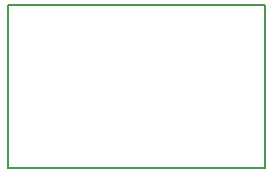
<source format=gbo>
G04 MADE WITH FRITZING*
G04 WWW.FRITZING.ORG*
G04 DOUBLE SIDED*
G04 HOLES PLATED*
G04 CONTOUR ON CENTER OF CONTOUR VECTOR*
%ASAXBY*%
%FSLAX23Y23*%
%MOIN*%
%OFA0B0*%
%SFA1.0B1.0*%
%ADD10R,0.866142X0.551181X0.850142X0.535181*%
%ADD11C,0.008000*%
%LNSILK0*%
G90*
G70*
G54D11*
X4Y547D02*
X862Y547D01*
X862Y4D01*
X4Y4D01*
X4Y547D01*
D02*
G04 End of Silk0*
M02*
</source>
